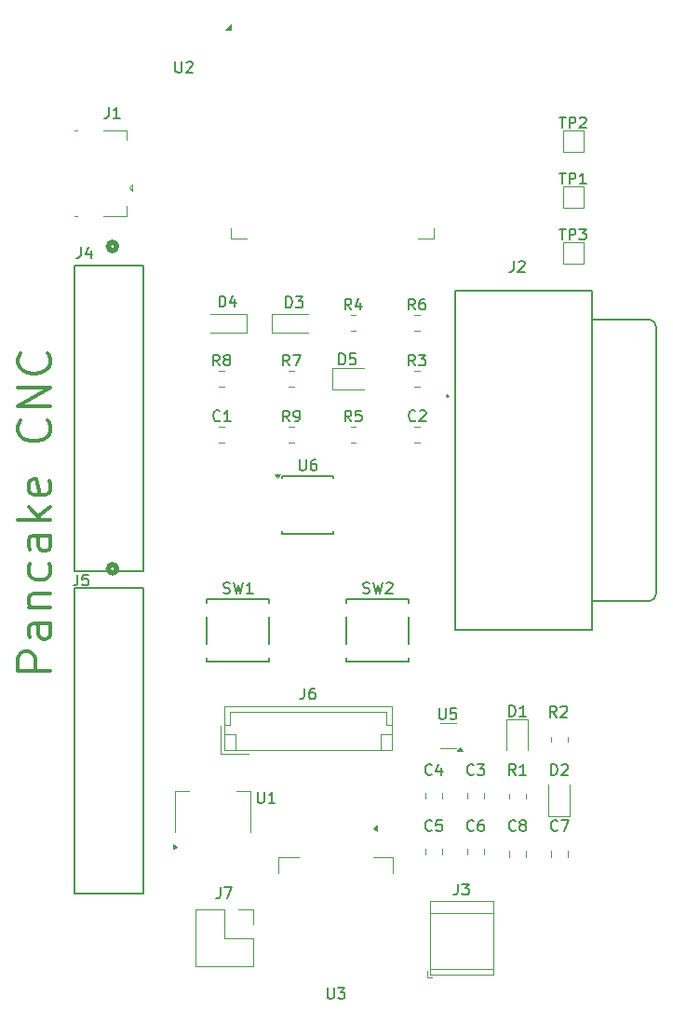
<source format=gbr>
%TF.GenerationSoftware,KiCad,Pcbnew,8.0.5*%
%TF.CreationDate,2024-10-10T20:32:44-06:00*%
%TF.ProjectId,PancakeCNCPCB,50616e63-616b-4654-934e-435043422e6b,rev?*%
%TF.SameCoordinates,Original*%
%TF.FileFunction,Legend,Top*%
%TF.FilePolarity,Positive*%
%FSLAX46Y46*%
G04 Gerber Fmt 4.6, Leading zero omitted, Abs format (unit mm)*
G04 Created by KiCad (PCBNEW 8.0.5) date 2024-10-10 20:32:44*
%MOMM*%
%LPD*%
G01*
G04 APERTURE LIST*
%ADD10C,0.300000*%
%ADD11C,0.150000*%
%ADD12C,0.120000*%
%ADD13C,0.152400*%
%ADD14C,0.508000*%
%ADD15C,0.127000*%
%ADD16C,0.200000*%
G04 APERTURE END LIST*
D10*
X27377149Y-105452573D02*
X24377149Y-105452573D01*
X24377149Y-105452573D02*
X24377149Y-104309716D01*
X24377149Y-104309716D02*
X24520006Y-104024001D01*
X24520006Y-104024001D02*
X24662863Y-103881144D01*
X24662863Y-103881144D02*
X24948577Y-103738287D01*
X24948577Y-103738287D02*
X25377149Y-103738287D01*
X25377149Y-103738287D02*
X25662863Y-103881144D01*
X25662863Y-103881144D02*
X25805720Y-104024001D01*
X25805720Y-104024001D02*
X25948577Y-104309716D01*
X25948577Y-104309716D02*
X25948577Y-105452573D01*
X27377149Y-101166859D02*
X25805720Y-101166859D01*
X25805720Y-101166859D02*
X25520006Y-101309716D01*
X25520006Y-101309716D02*
X25377149Y-101595430D01*
X25377149Y-101595430D02*
X25377149Y-102166859D01*
X25377149Y-102166859D02*
X25520006Y-102452573D01*
X27234292Y-101166859D02*
X27377149Y-101452573D01*
X27377149Y-101452573D02*
X27377149Y-102166859D01*
X27377149Y-102166859D02*
X27234292Y-102452573D01*
X27234292Y-102452573D02*
X26948577Y-102595430D01*
X26948577Y-102595430D02*
X26662863Y-102595430D01*
X26662863Y-102595430D02*
X26377149Y-102452573D01*
X26377149Y-102452573D02*
X26234292Y-102166859D01*
X26234292Y-102166859D02*
X26234292Y-101452573D01*
X26234292Y-101452573D02*
X26091434Y-101166859D01*
X25377149Y-99738287D02*
X27377149Y-99738287D01*
X25662863Y-99738287D02*
X25520006Y-99595430D01*
X25520006Y-99595430D02*
X25377149Y-99309715D01*
X25377149Y-99309715D02*
X25377149Y-98881144D01*
X25377149Y-98881144D02*
X25520006Y-98595430D01*
X25520006Y-98595430D02*
X25805720Y-98452573D01*
X25805720Y-98452573D02*
X27377149Y-98452573D01*
X27234292Y-95738287D02*
X27377149Y-96024001D01*
X27377149Y-96024001D02*
X27377149Y-96595429D01*
X27377149Y-96595429D02*
X27234292Y-96881144D01*
X27234292Y-96881144D02*
X27091434Y-97024001D01*
X27091434Y-97024001D02*
X26805720Y-97166858D01*
X26805720Y-97166858D02*
X25948577Y-97166858D01*
X25948577Y-97166858D02*
X25662863Y-97024001D01*
X25662863Y-97024001D02*
X25520006Y-96881144D01*
X25520006Y-96881144D02*
X25377149Y-96595429D01*
X25377149Y-96595429D02*
X25377149Y-96024001D01*
X25377149Y-96024001D02*
X25520006Y-95738287D01*
X27377149Y-93166858D02*
X25805720Y-93166858D01*
X25805720Y-93166858D02*
X25520006Y-93309715D01*
X25520006Y-93309715D02*
X25377149Y-93595429D01*
X25377149Y-93595429D02*
X25377149Y-94166858D01*
X25377149Y-94166858D02*
X25520006Y-94452572D01*
X27234292Y-93166858D02*
X27377149Y-93452572D01*
X27377149Y-93452572D02*
X27377149Y-94166858D01*
X27377149Y-94166858D02*
X27234292Y-94452572D01*
X27234292Y-94452572D02*
X26948577Y-94595429D01*
X26948577Y-94595429D02*
X26662863Y-94595429D01*
X26662863Y-94595429D02*
X26377149Y-94452572D01*
X26377149Y-94452572D02*
X26234292Y-94166858D01*
X26234292Y-94166858D02*
X26234292Y-93452572D01*
X26234292Y-93452572D02*
X26091434Y-93166858D01*
X27377149Y-91738286D02*
X24377149Y-91738286D01*
X26234292Y-91452572D02*
X27377149Y-90595429D01*
X25377149Y-90595429D02*
X26520006Y-91738286D01*
X27234292Y-88166858D02*
X27377149Y-88452572D01*
X27377149Y-88452572D02*
X27377149Y-89024001D01*
X27377149Y-89024001D02*
X27234292Y-89309715D01*
X27234292Y-89309715D02*
X26948577Y-89452572D01*
X26948577Y-89452572D02*
X25805720Y-89452572D01*
X25805720Y-89452572D02*
X25520006Y-89309715D01*
X25520006Y-89309715D02*
X25377149Y-89024001D01*
X25377149Y-89024001D02*
X25377149Y-88452572D01*
X25377149Y-88452572D02*
X25520006Y-88166858D01*
X25520006Y-88166858D02*
X25805720Y-88024001D01*
X25805720Y-88024001D02*
X26091434Y-88024001D01*
X26091434Y-88024001D02*
X26377149Y-89452572D01*
X27091434Y-82738286D02*
X27234292Y-82881143D01*
X27234292Y-82881143D02*
X27377149Y-83309715D01*
X27377149Y-83309715D02*
X27377149Y-83595429D01*
X27377149Y-83595429D02*
X27234292Y-84024000D01*
X27234292Y-84024000D02*
X26948577Y-84309715D01*
X26948577Y-84309715D02*
X26662863Y-84452572D01*
X26662863Y-84452572D02*
X26091434Y-84595429D01*
X26091434Y-84595429D02*
X25662863Y-84595429D01*
X25662863Y-84595429D02*
X25091434Y-84452572D01*
X25091434Y-84452572D02*
X24805720Y-84309715D01*
X24805720Y-84309715D02*
X24520006Y-84024000D01*
X24520006Y-84024000D02*
X24377149Y-83595429D01*
X24377149Y-83595429D02*
X24377149Y-83309715D01*
X24377149Y-83309715D02*
X24520006Y-82881143D01*
X24520006Y-82881143D02*
X24662863Y-82738286D01*
X27377149Y-81452572D02*
X24377149Y-81452572D01*
X24377149Y-81452572D02*
X27377149Y-79738286D01*
X27377149Y-79738286D02*
X24377149Y-79738286D01*
X27091434Y-76595429D02*
X27234292Y-76738286D01*
X27234292Y-76738286D02*
X27377149Y-77166858D01*
X27377149Y-77166858D02*
X27377149Y-77452572D01*
X27377149Y-77452572D02*
X27234292Y-77881143D01*
X27234292Y-77881143D02*
X26948577Y-78166858D01*
X26948577Y-78166858D02*
X26662863Y-78309715D01*
X26662863Y-78309715D02*
X26091434Y-78452572D01*
X26091434Y-78452572D02*
X25662863Y-78452572D01*
X25662863Y-78452572D02*
X25091434Y-78309715D01*
X25091434Y-78309715D02*
X24805720Y-78166858D01*
X24805720Y-78166858D02*
X24520006Y-77881143D01*
X24520006Y-77881143D02*
X24377149Y-77452572D01*
X24377149Y-77452572D02*
X24377149Y-77166858D01*
X24377149Y-77166858D02*
X24520006Y-76738286D01*
X24520006Y-76738286D02*
X24662863Y-76595429D01*
D11*
X38726779Y-50110668D02*
X38726779Y-50920191D01*
X38726779Y-50920191D02*
X38774398Y-51015429D01*
X38774398Y-51015429D02*
X38822017Y-51063049D01*
X38822017Y-51063049D02*
X38917255Y-51110668D01*
X38917255Y-51110668D02*
X39107731Y-51110668D01*
X39107731Y-51110668D02*
X39202969Y-51063049D01*
X39202969Y-51063049D02*
X39250588Y-51015429D01*
X39250588Y-51015429D02*
X39298207Y-50920191D01*
X39298207Y-50920191D02*
X39298207Y-50110668D01*
X39726779Y-50205906D02*
X39774398Y-50158287D01*
X39774398Y-50158287D02*
X39869636Y-50110668D01*
X39869636Y-50110668D02*
X40107731Y-50110668D01*
X40107731Y-50110668D02*
X40202969Y-50158287D01*
X40202969Y-50158287D02*
X40250588Y-50205906D01*
X40250588Y-50205906D02*
X40298207Y-50301144D01*
X40298207Y-50301144D02*
X40298207Y-50396382D01*
X40298207Y-50396382D02*
X40250588Y-50539239D01*
X40250588Y-50539239D02*
X39679160Y-51110668D01*
X39679160Y-51110668D02*
X40298207Y-51110668D01*
X32666666Y-54264819D02*
X32666666Y-54979104D01*
X32666666Y-54979104D02*
X32619047Y-55121961D01*
X32619047Y-55121961D02*
X32523809Y-55217200D01*
X32523809Y-55217200D02*
X32380952Y-55264819D01*
X32380952Y-55264819D02*
X32285714Y-55264819D01*
X33666666Y-55264819D02*
X33095238Y-55264819D01*
X33380952Y-55264819D02*
X33380952Y-54264819D01*
X33380952Y-54264819D02*
X33285714Y-54407676D01*
X33285714Y-54407676D02*
X33190476Y-54502914D01*
X33190476Y-54502914D02*
X33095238Y-54550533D01*
X73395947Y-109678256D02*
X73062614Y-109202065D01*
X72824519Y-109678256D02*
X72824519Y-108678256D01*
X72824519Y-108678256D02*
X73205471Y-108678256D01*
X73205471Y-108678256D02*
X73300709Y-108725875D01*
X73300709Y-108725875D02*
X73348328Y-108773494D01*
X73348328Y-108773494D02*
X73395947Y-108868732D01*
X73395947Y-108868732D02*
X73395947Y-109011589D01*
X73395947Y-109011589D02*
X73348328Y-109106827D01*
X73348328Y-109106827D02*
X73300709Y-109154446D01*
X73300709Y-109154446D02*
X73205471Y-109202065D01*
X73205471Y-109202065D02*
X72824519Y-109202065D01*
X73776900Y-108773494D02*
X73824519Y-108725875D01*
X73824519Y-108725875D02*
X73919757Y-108678256D01*
X73919757Y-108678256D02*
X74157852Y-108678256D01*
X74157852Y-108678256D02*
X74253090Y-108725875D01*
X74253090Y-108725875D02*
X74300709Y-108773494D01*
X74300709Y-108773494D02*
X74348328Y-108868732D01*
X74348328Y-108868732D02*
X74348328Y-108963970D01*
X74348328Y-108963970D02*
X74300709Y-109106827D01*
X74300709Y-109106827D02*
X73729281Y-109678256D01*
X73729281Y-109678256D02*
X74348328Y-109678256D01*
X43096667Y-98397200D02*
X43239524Y-98444819D01*
X43239524Y-98444819D02*
X43477619Y-98444819D01*
X43477619Y-98444819D02*
X43572857Y-98397200D01*
X43572857Y-98397200D02*
X43620476Y-98349580D01*
X43620476Y-98349580D02*
X43668095Y-98254342D01*
X43668095Y-98254342D02*
X43668095Y-98159104D01*
X43668095Y-98159104D02*
X43620476Y-98063866D01*
X43620476Y-98063866D02*
X43572857Y-98016247D01*
X43572857Y-98016247D02*
X43477619Y-97968628D01*
X43477619Y-97968628D02*
X43287143Y-97921009D01*
X43287143Y-97921009D02*
X43191905Y-97873390D01*
X43191905Y-97873390D02*
X43144286Y-97825771D01*
X43144286Y-97825771D02*
X43096667Y-97730533D01*
X43096667Y-97730533D02*
X43096667Y-97635295D01*
X43096667Y-97635295D02*
X43144286Y-97540057D01*
X43144286Y-97540057D02*
X43191905Y-97492438D01*
X43191905Y-97492438D02*
X43287143Y-97444819D01*
X43287143Y-97444819D02*
X43525238Y-97444819D01*
X43525238Y-97444819D02*
X43668095Y-97492438D01*
X44001429Y-97444819D02*
X44239524Y-98444819D01*
X44239524Y-98444819D02*
X44430000Y-97730533D01*
X44430000Y-97730533D02*
X44620476Y-98444819D01*
X44620476Y-98444819D02*
X44858572Y-97444819D01*
X45763333Y-98444819D02*
X45191905Y-98444819D01*
X45477619Y-98444819D02*
X45477619Y-97444819D01*
X45477619Y-97444819D02*
X45382381Y-97587676D01*
X45382381Y-97587676D02*
X45287143Y-97682914D01*
X45287143Y-97682914D02*
X45191905Y-97730533D01*
X69090433Y-109610975D02*
X69090433Y-108610975D01*
X69090433Y-108610975D02*
X69328528Y-108610975D01*
X69328528Y-108610975D02*
X69471385Y-108658594D01*
X69471385Y-108658594D02*
X69566623Y-108753832D01*
X69566623Y-108753832D02*
X69614242Y-108849070D01*
X69614242Y-108849070D02*
X69661861Y-109039546D01*
X69661861Y-109039546D02*
X69661861Y-109182403D01*
X69661861Y-109182403D02*
X69614242Y-109372879D01*
X69614242Y-109372879D02*
X69566623Y-109468117D01*
X69566623Y-109468117D02*
X69471385Y-109563356D01*
X69471385Y-109563356D02*
X69328528Y-109610975D01*
X69328528Y-109610975D02*
X69090433Y-109610975D01*
X70614242Y-109610975D02*
X70042814Y-109610975D01*
X70328528Y-109610975D02*
X70328528Y-108610975D01*
X70328528Y-108610975D02*
X70233290Y-108753832D01*
X70233290Y-108753832D02*
X70138052Y-108849070D01*
X70138052Y-108849070D02*
X70042814Y-108896689D01*
X42743333Y-77744819D02*
X42410000Y-77268628D01*
X42171905Y-77744819D02*
X42171905Y-76744819D01*
X42171905Y-76744819D02*
X42552857Y-76744819D01*
X42552857Y-76744819D02*
X42648095Y-76792438D01*
X42648095Y-76792438D02*
X42695714Y-76840057D01*
X42695714Y-76840057D02*
X42743333Y-76935295D01*
X42743333Y-76935295D02*
X42743333Y-77078152D01*
X42743333Y-77078152D02*
X42695714Y-77173390D01*
X42695714Y-77173390D02*
X42648095Y-77221009D01*
X42648095Y-77221009D02*
X42552857Y-77268628D01*
X42552857Y-77268628D02*
X42171905Y-77268628D01*
X43314762Y-77173390D02*
X43219524Y-77125771D01*
X43219524Y-77125771D02*
X43171905Y-77078152D01*
X43171905Y-77078152D02*
X43124286Y-76982914D01*
X43124286Y-76982914D02*
X43124286Y-76935295D01*
X43124286Y-76935295D02*
X43171905Y-76840057D01*
X43171905Y-76840057D02*
X43219524Y-76792438D01*
X43219524Y-76792438D02*
X43314762Y-76744819D01*
X43314762Y-76744819D02*
X43505238Y-76744819D01*
X43505238Y-76744819D02*
X43600476Y-76792438D01*
X43600476Y-76792438D02*
X43648095Y-76840057D01*
X43648095Y-76840057D02*
X43695714Y-76935295D01*
X43695714Y-76935295D02*
X43695714Y-76982914D01*
X43695714Y-76982914D02*
X43648095Y-77078152D01*
X43648095Y-77078152D02*
X43600476Y-77125771D01*
X43600476Y-77125771D02*
X43505238Y-77173390D01*
X43505238Y-77173390D02*
X43314762Y-77173390D01*
X43314762Y-77173390D02*
X43219524Y-77221009D01*
X43219524Y-77221009D02*
X43171905Y-77268628D01*
X43171905Y-77268628D02*
X43124286Y-77363866D01*
X43124286Y-77363866D02*
X43124286Y-77554342D01*
X43124286Y-77554342D02*
X43171905Y-77649580D01*
X43171905Y-77649580D02*
X43219524Y-77697200D01*
X43219524Y-77697200D02*
X43314762Y-77744819D01*
X43314762Y-77744819D02*
X43505238Y-77744819D01*
X43505238Y-77744819D02*
X43600476Y-77697200D01*
X43600476Y-77697200D02*
X43648095Y-77649580D01*
X43648095Y-77649580D02*
X43695714Y-77554342D01*
X43695714Y-77554342D02*
X43695714Y-77363866D01*
X43695714Y-77363866D02*
X43648095Y-77268628D01*
X43648095Y-77268628D02*
X43600476Y-77221009D01*
X43600476Y-77221009D02*
X43505238Y-77173390D01*
X49093333Y-82824819D02*
X48760000Y-82348628D01*
X48521905Y-82824819D02*
X48521905Y-81824819D01*
X48521905Y-81824819D02*
X48902857Y-81824819D01*
X48902857Y-81824819D02*
X48998095Y-81872438D01*
X48998095Y-81872438D02*
X49045714Y-81920057D01*
X49045714Y-81920057D02*
X49093333Y-82015295D01*
X49093333Y-82015295D02*
X49093333Y-82158152D01*
X49093333Y-82158152D02*
X49045714Y-82253390D01*
X49045714Y-82253390D02*
X48998095Y-82301009D01*
X48998095Y-82301009D02*
X48902857Y-82348628D01*
X48902857Y-82348628D02*
X48521905Y-82348628D01*
X49569524Y-82824819D02*
X49760000Y-82824819D01*
X49760000Y-82824819D02*
X49855238Y-82777200D01*
X49855238Y-82777200D02*
X49902857Y-82729580D01*
X49902857Y-82729580D02*
X49998095Y-82586723D01*
X49998095Y-82586723D02*
X50045714Y-82396247D01*
X50045714Y-82396247D02*
X50045714Y-82015295D01*
X50045714Y-82015295D02*
X49998095Y-81920057D01*
X49998095Y-81920057D02*
X49950476Y-81872438D01*
X49950476Y-81872438D02*
X49855238Y-81824819D01*
X49855238Y-81824819D02*
X49664762Y-81824819D01*
X49664762Y-81824819D02*
X49569524Y-81872438D01*
X49569524Y-81872438D02*
X49521905Y-81920057D01*
X49521905Y-81920057D02*
X49474286Y-82015295D01*
X49474286Y-82015295D02*
X49474286Y-82253390D01*
X49474286Y-82253390D02*
X49521905Y-82348628D01*
X49521905Y-82348628D02*
X49569524Y-82396247D01*
X49569524Y-82396247D02*
X49664762Y-82443866D01*
X49664762Y-82443866D02*
X49855238Y-82443866D01*
X49855238Y-82443866D02*
X49950476Y-82396247D01*
X49950476Y-82396247D02*
X49998095Y-82348628D01*
X49998095Y-82348628D02*
X50045714Y-82253390D01*
X73648095Y-55156819D02*
X74219523Y-55156819D01*
X73933809Y-56156819D02*
X73933809Y-55156819D01*
X74552857Y-56156819D02*
X74552857Y-55156819D01*
X74552857Y-55156819D02*
X74933809Y-55156819D01*
X74933809Y-55156819D02*
X75029047Y-55204438D01*
X75029047Y-55204438D02*
X75076666Y-55252057D01*
X75076666Y-55252057D02*
X75124285Y-55347295D01*
X75124285Y-55347295D02*
X75124285Y-55490152D01*
X75124285Y-55490152D02*
X75076666Y-55585390D01*
X75076666Y-55585390D02*
X75029047Y-55633009D01*
X75029047Y-55633009D02*
X74933809Y-55680628D01*
X74933809Y-55680628D02*
X74552857Y-55680628D01*
X75505238Y-55252057D02*
X75552857Y-55204438D01*
X75552857Y-55204438D02*
X75648095Y-55156819D01*
X75648095Y-55156819D02*
X75886190Y-55156819D01*
X75886190Y-55156819D02*
X75981428Y-55204438D01*
X75981428Y-55204438D02*
X76029047Y-55252057D01*
X76029047Y-55252057D02*
X76076666Y-55347295D01*
X76076666Y-55347295D02*
X76076666Y-55442533D01*
X76076666Y-55442533D02*
X76029047Y-55585390D01*
X76029047Y-55585390D02*
X75457619Y-56156819D01*
X75457619Y-56156819D02*
X76076666Y-56156819D01*
X52558095Y-134274819D02*
X52558095Y-135084342D01*
X52558095Y-135084342D02*
X52605714Y-135179580D01*
X52605714Y-135179580D02*
X52653333Y-135227200D01*
X52653333Y-135227200D02*
X52748571Y-135274819D01*
X52748571Y-135274819D02*
X52939047Y-135274819D01*
X52939047Y-135274819D02*
X53034285Y-135227200D01*
X53034285Y-135227200D02*
X53081904Y-135179580D01*
X53081904Y-135179580D02*
X53129523Y-135084342D01*
X53129523Y-135084342D02*
X53129523Y-134274819D01*
X53510476Y-134274819D02*
X54129523Y-134274819D01*
X54129523Y-134274819D02*
X53796190Y-134655771D01*
X53796190Y-134655771D02*
X53939047Y-134655771D01*
X53939047Y-134655771D02*
X54034285Y-134703390D01*
X54034285Y-134703390D02*
X54081904Y-134751009D01*
X54081904Y-134751009D02*
X54129523Y-134846247D01*
X54129523Y-134846247D02*
X54129523Y-135084342D01*
X54129523Y-135084342D02*
X54081904Y-135179580D01*
X54081904Y-135179580D02*
X54034285Y-135227200D01*
X54034285Y-135227200D02*
X53939047Y-135274819D01*
X53939047Y-135274819D02*
X53653333Y-135274819D01*
X53653333Y-135274819D02*
X53558095Y-135227200D01*
X53558095Y-135227200D02*
X53510476Y-135179580D01*
X42826666Y-125154819D02*
X42826666Y-125869104D01*
X42826666Y-125869104D02*
X42779047Y-126011961D01*
X42779047Y-126011961D02*
X42683809Y-126107200D01*
X42683809Y-126107200D02*
X42540952Y-126154819D01*
X42540952Y-126154819D02*
X42445714Y-126154819D01*
X43207619Y-125154819D02*
X43874285Y-125154819D01*
X43874285Y-125154819D02*
X43445714Y-126154819D01*
X30126666Y-66964819D02*
X30126666Y-67679104D01*
X30126666Y-67679104D02*
X30079047Y-67821961D01*
X30079047Y-67821961D02*
X29983809Y-67917200D01*
X29983809Y-67917200D02*
X29840952Y-67964819D01*
X29840952Y-67964819D02*
X29745714Y-67964819D01*
X31031428Y-67298152D02*
X31031428Y-67964819D01*
X30793333Y-66917200D02*
X30555238Y-67631485D01*
X30555238Y-67631485D02*
X31174285Y-67631485D01*
X53620837Y-77644725D02*
X53620837Y-76644725D01*
X53620837Y-76644725D02*
X53858932Y-76644725D01*
X53858932Y-76644725D02*
X54001789Y-76692344D01*
X54001789Y-76692344D02*
X54097027Y-76787582D01*
X54097027Y-76787582D02*
X54144646Y-76882820D01*
X54144646Y-76882820D02*
X54192265Y-77073296D01*
X54192265Y-77073296D02*
X54192265Y-77216153D01*
X54192265Y-77216153D02*
X54144646Y-77406629D01*
X54144646Y-77406629D02*
X54097027Y-77501867D01*
X54097027Y-77501867D02*
X54001789Y-77597106D01*
X54001789Y-77597106D02*
X53858932Y-77644725D01*
X53858932Y-77644725D02*
X53620837Y-77644725D01*
X55097027Y-76644725D02*
X54620837Y-76644725D01*
X54620837Y-76644725D02*
X54573218Y-77120915D01*
X54573218Y-77120915D02*
X54620837Y-77073296D01*
X54620837Y-77073296D02*
X54716075Y-77025677D01*
X54716075Y-77025677D02*
X54954170Y-77025677D01*
X54954170Y-77025677D02*
X55049408Y-77073296D01*
X55049408Y-77073296D02*
X55097027Y-77120915D01*
X55097027Y-77120915D02*
X55144646Y-77216153D01*
X55144646Y-77216153D02*
X55144646Y-77454248D01*
X55144646Y-77454248D02*
X55097027Y-77549486D01*
X55097027Y-77549486D02*
X55049408Y-77597106D01*
X55049408Y-77597106D02*
X54954170Y-77644725D01*
X54954170Y-77644725D02*
X54716075Y-77644725D01*
X54716075Y-77644725D02*
X54620837Y-77597106D01*
X54620837Y-77597106D02*
X54573218Y-77549486D01*
X73648095Y-60236819D02*
X74219523Y-60236819D01*
X73933809Y-61236819D02*
X73933809Y-60236819D01*
X74552857Y-61236819D02*
X74552857Y-60236819D01*
X74552857Y-60236819D02*
X74933809Y-60236819D01*
X74933809Y-60236819D02*
X75029047Y-60284438D01*
X75029047Y-60284438D02*
X75076666Y-60332057D01*
X75076666Y-60332057D02*
X75124285Y-60427295D01*
X75124285Y-60427295D02*
X75124285Y-60570152D01*
X75124285Y-60570152D02*
X75076666Y-60665390D01*
X75076666Y-60665390D02*
X75029047Y-60713009D01*
X75029047Y-60713009D02*
X74933809Y-60760628D01*
X74933809Y-60760628D02*
X74552857Y-60760628D01*
X76076666Y-61236819D02*
X75505238Y-61236819D01*
X75790952Y-61236819D02*
X75790952Y-60236819D01*
X75790952Y-60236819D02*
X75695714Y-60379676D01*
X75695714Y-60379676D02*
X75600476Y-60474914D01*
X75600476Y-60474914D02*
X75505238Y-60522533D01*
X69663333Y-119939580D02*
X69615714Y-119987200D01*
X69615714Y-119987200D02*
X69472857Y-120034819D01*
X69472857Y-120034819D02*
X69377619Y-120034819D01*
X69377619Y-120034819D02*
X69234762Y-119987200D01*
X69234762Y-119987200D02*
X69139524Y-119891961D01*
X69139524Y-119891961D02*
X69091905Y-119796723D01*
X69091905Y-119796723D02*
X69044286Y-119606247D01*
X69044286Y-119606247D02*
X69044286Y-119463390D01*
X69044286Y-119463390D02*
X69091905Y-119272914D01*
X69091905Y-119272914D02*
X69139524Y-119177676D01*
X69139524Y-119177676D02*
X69234762Y-119082438D01*
X69234762Y-119082438D02*
X69377619Y-119034819D01*
X69377619Y-119034819D02*
X69472857Y-119034819D01*
X69472857Y-119034819D02*
X69615714Y-119082438D01*
X69615714Y-119082438D02*
X69663333Y-119130057D01*
X70234762Y-119463390D02*
X70139524Y-119415771D01*
X70139524Y-119415771D02*
X70091905Y-119368152D01*
X70091905Y-119368152D02*
X70044286Y-119272914D01*
X70044286Y-119272914D02*
X70044286Y-119225295D01*
X70044286Y-119225295D02*
X70091905Y-119130057D01*
X70091905Y-119130057D02*
X70139524Y-119082438D01*
X70139524Y-119082438D02*
X70234762Y-119034819D01*
X70234762Y-119034819D02*
X70425238Y-119034819D01*
X70425238Y-119034819D02*
X70520476Y-119082438D01*
X70520476Y-119082438D02*
X70568095Y-119130057D01*
X70568095Y-119130057D02*
X70615714Y-119225295D01*
X70615714Y-119225295D02*
X70615714Y-119272914D01*
X70615714Y-119272914D02*
X70568095Y-119368152D01*
X70568095Y-119368152D02*
X70520476Y-119415771D01*
X70520476Y-119415771D02*
X70425238Y-119463390D01*
X70425238Y-119463390D02*
X70234762Y-119463390D01*
X70234762Y-119463390D02*
X70139524Y-119511009D01*
X70139524Y-119511009D02*
X70091905Y-119558628D01*
X70091905Y-119558628D02*
X70044286Y-119653866D01*
X70044286Y-119653866D02*
X70044286Y-119844342D01*
X70044286Y-119844342D02*
X70091905Y-119939580D01*
X70091905Y-119939580D02*
X70139524Y-119987200D01*
X70139524Y-119987200D02*
X70234762Y-120034819D01*
X70234762Y-120034819D02*
X70425238Y-120034819D01*
X70425238Y-120034819D02*
X70520476Y-119987200D01*
X70520476Y-119987200D02*
X70568095Y-119939580D01*
X70568095Y-119939580D02*
X70615714Y-119844342D01*
X70615714Y-119844342D02*
X70615714Y-119653866D01*
X70615714Y-119653866D02*
X70568095Y-119558628D01*
X70568095Y-119558628D02*
X70520476Y-119511009D01*
X70520476Y-119511009D02*
X70425238Y-119463390D01*
X29829273Y-96724887D02*
X29829273Y-97439172D01*
X29829273Y-97439172D02*
X29781654Y-97582029D01*
X29781654Y-97582029D02*
X29686416Y-97677268D01*
X29686416Y-97677268D02*
X29543559Y-97724887D01*
X29543559Y-97724887D02*
X29448321Y-97724887D01*
X30781654Y-96724887D02*
X30305464Y-96724887D01*
X30305464Y-96724887D02*
X30257845Y-97201077D01*
X30257845Y-97201077D02*
X30305464Y-97153458D01*
X30305464Y-97153458D02*
X30400702Y-97105839D01*
X30400702Y-97105839D02*
X30638797Y-97105839D01*
X30638797Y-97105839D02*
X30734035Y-97153458D01*
X30734035Y-97153458D02*
X30781654Y-97201077D01*
X30781654Y-97201077D02*
X30829273Y-97296315D01*
X30829273Y-97296315D02*
X30829273Y-97534410D01*
X30829273Y-97534410D02*
X30781654Y-97629648D01*
X30781654Y-97629648D02*
X30734035Y-97677268D01*
X30734035Y-97677268D02*
X30638797Y-97724887D01*
X30638797Y-97724887D02*
X30400702Y-97724887D01*
X30400702Y-97724887D02*
X30305464Y-97677268D01*
X30305464Y-97677268D02*
X30257845Y-97629648D01*
X65853333Y-114859580D02*
X65805714Y-114907200D01*
X65805714Y-114907200D02*
X65662857Y-114954819D01*
X65662857Y-114954819D02*
X65567619Y-114954819D01*
X65567619Y-114954819D02*
X65424762Y-114907200D01*
X65424762Y-114907200D02*
X65329524Y-114811961D01*
X65329524Y-114811961D02*
X65281905Y-114716723D01*
X65281905Y-114716723D02*
X65234286Y-114526247D01*
X65234286Y-114526247D02*
X65234286Y-114383390D01*
X65234286Y-114383390D02*
X65281905Y-114192914D01*
X65281905Y-114192914D02*
X65329524Y-114097676D01*
X65329524Y-114097676D02*
X65424762Y-114002438D01*
X65424762Y-114002438D02*
X65567619Y-113954819D01*
X65567619Y-113954819D02*
X65662857Y-113954819D01*
X65662857Y-113954819D02*
X65805714Y-114002438D01*
X65805714Y-114002438D02*
X65853333Y-114050057D01*
X66186667Y-113954819D02*
X66805714Y-113954819D01*
X66805714Y-113954819D02*
X66472381Y-114335771D01*
X66472381Y-114335771D02*
X66615238Y-114335771D01*
X66615238Y-114335771D02*
X66710476Y-114383390D01*
X66710476Y-114383390D02*
X66758095Y-114431009D01*
X66758095Y-114431009D02*
X66805714Y-114526247D01*
X66805714Y-114526247D02*
X66805714Y-114764342D01*
X66805714Y-114764342D02*
X66758095Y-114859580D01*
X66758095Y-114859580D02*
X66710476Y-114907200D01*
X66710476Y-114907200D02*
X66615238Y-114954819D01*
X66615238Y-114954819D02*
X66329524Y-114954819D01*
X66329524Y-114954819D02*
X66234286Y-114907200D01*
X66234286Y-114907200D02*
X66186667Y-114859580D01*
X69496666Y-68234819D02*
X69496666Y-68949104D01*
X69496666Y-68949104D02*
X69449047Y-69091961D01*
X69449047Y-69091961D02*
X69353809Y-69187200D01*
X69353809Y-69187200D02*
X69210952Y-69234819D01*
X69210952Y-69234819D02*
X69115714Y-69234819D01*
X69925238Y-68330057D02*
X69972857Y-68282438D01*
X69972857Y-68282438D02*
X70068095Y-68234819D01*
X70068095Y-68234819D02*
X70306190Y-68234819D01*
X70306190Y-68234819D02*
X70401428Y-68282438D01*
X70401428Y-68282438D02*
X70449047Y-68330057D01*
X70449047Y-68330057D02*
X70496666Y-68425295D01*
X70496666Y-68425295D02*
X70496666Y-68520533D01*
X70496666Y-68520533D02*
X70449047Y-68663390D01*
X70449047Y-68663390D02*
X69877619Y-69234819D01*
X69877619Y-69234819D02*
X70496666Y-69234819D01*
X42780833Y-82699580D02*
X42733214Y-82747200D01*
X42733214Y-82747200D02*
X42590357Y-82794819D01*
X42590357Y-82794819D02*
X42495119Y-82794819D01*
X42495119Y-82794819D02*
X42352262Y-82747200D01*
X42352262Y-82747200D02*
X42257024Y-82651961D01*
X42257024Y-82651961D02*
X42209405Y-82556723D01*
X42209405Y-82556723D02*
X42161786Y-82366247D01*
X42161786Y-82366247D02*
X42161786Y-82223390D01*
X42161786Y-82223390D02*
X42209405Y-82032914D01*
X42209405Y-82032914D02*
X42257024Y-81937676D01*
X42257024Y-81937676D02*
X42352262Y-81842438D01*
X42352262Y-81842438D02*
X42495119Y-81794819D01*
X42495119Y-81794819D02*
X42590357Y-81794819D01*
X42590357Y-81794819D02*
X42733214Y-81842438D01*
X42733214Y-81842438D02*
X42780833Y-81890057D01*
X43733214Y-82794819D02*
X43161786Y-82794819D01*
X43447500Y-82794819D02*
X43447500Y-81794819D01*
X43447500Y-81794819D02*
X43352262Y-81937676D01*
X43352262Y-81937676D02*
X43257024Y-82032914D01*
X43257024Y-82032914D02*
X43161786Y-82080533D01*
X49093333Y-77744819D02*
X48760000Y-77268628D01*
X48521905Y-77744819D02*
X48521905Y-76744819D01*
X48521905Y-76744819D02*
X48902857Y-76744819D01*
X48902857Y-76744819D02*
X48998095Y-76792438D01*
X48998095Y-76792438D02*
X49045714Y-76840057D01*
X49045714Y-76840057D02*
X49093333Y-76935295D01*
X49093333Y-76935295D02*
X49093333Y-77078152D01*
X49093333Y-77078152D02*
X49045714Y-77173390D01*
X49045714Y-77173390D02*
X48998095Y-77221009D01*
X48998095Y-77221009D02*
X48902857Y-77268628D01*
X48902857Y-77268628D02*
X48521905Y-77268628D01*
X49426667Y-76744819D02*
X50093333Y-76744819D01*
X50093333Y-76744819D02*
X49664762Y-77744819D01*
X60560833Y-82699580D02*
X60513214Y-82747200D01*
X60513214Y-82747200D02*
X60370357Y-82794819D01*
X60370357Y-82794819D02*
X60275119Y-82794819D01*
X60275119Y-82794819D02*
X60132262Y-82747200D01*
X60132262Y-82747200D02*
X60037024Y-82651961D01*
X60037024Y-82651961D02*
X59989405Y-82556723D01*
X59989405Y-82556723D02*
X59941786Y-82366247D01*
X59941786Y-82366247D02*
X59941786Y-82223390D01*
X59941786Y-82223390D02*
X59989405Y-82032914D01*
X59989405Y-82032914D02*
X60037024Y-81937676D01*
X60037024Y-81937676D02*
X60132262Y-81842438D01*
X60132262Y-81842438D02*
X60275119Y-81794819D01*
X60275119Y-81794819D02*
X60370357Y-81794819D01*
X60370357Y-81794819D02*
X60513214Y-81842438D01*
X60513214Y-81842438D02*
X60560833Y-81890057D01*
X60941786Y-81890057D02*
X60989405Y-81842438D01*
X60989405Y-81842438D02*
X61084643Y-81794819D01*
X61084643Y-81794819D02*
X61322738Y-81794819D01*
X61322738Y-81794819D02*
X61417976Y-81842438D01*
X61417976Y-81842438D02*
X61465595Y-81890057D01*
X61465595Y-81890057D02*
X61513214Y-81985295D01*
X61513214Y-81985295D02*
X61513214Y-82080533D01*
X61513214Y-82080533D02*
X61465595Y-82223390D01*
X61465595Y-82223390D02*
X60894167Y-82794819D01*
X60894167Y-82794819D02*
X61513214Y-82794819D01*
X62043333Y-114859580D02*
X61995714Y-114907200D01*
X61995714Y-114907200D02*
X61852857Y-114954819D01*
X61852857Y-114954819D02*
X61757619Y-114954819D01*
X61757619Y-114954819D02*
X61614762Y-114907200D01*
X61614762Y-114907200D02*
X61519524Y-114811961D01*
X61519524Y-114811961D02*
X61471905Y-114716723D01*
X61471905Y-114716723D02*
X61424286Y-114526247D01*
X61424286Y-114526247D02*
X61424286Y-114383390D01*
X61424286Y-114383390D02*
X61471905Y-114192914D01*
X61471905Y-114192914D02*
X61519524Y-114097676D01*
X61519524Y-114097676D02*
X61614762Y-114002438D01*
X61614762Y-114002438D02*
X61757619Y-113954819D01*
X61757619Y-113954819D02*
X61852857Y-113954819D01*
X61852857Y-113954819D02*
X61995714Y-114002438D01*
X61995714Y-114002438D02*
X62043333Y-114050057D01*
X62900476Y-114288152D02*
X62900476Y-114954819D01*
X62662381Y-113907200D02*
X62424286Y-114621485D01*
X62424286Y-114621485D02*
X63043333Y-114621485D01*
X50446666Y-107044819D02*
X50446666Y-107759104D01*
X50446666Y-107759104D02*
X50399047Y-107901961D01*
X50399047Y-107901961D02*
X50303809Y-107997200D01*
X50303809Y-107997200D02*
X50160952Y-108044819D01*
X50160952Y-108044819D02*
X50065714Y-108044819D01*
X51351428Y-107044819D02*
X51160952Y-107044819D01*
X51160952Y-107044819D02*
X51065714Y-107092438D01*
X51065714Y-107092438D02*
X51018095Y-107140057D01*
X51018095Y-107140057D02*
X50922857Y-107282914D01*
X50922857Y-107282914D02*
X50875238Y-107473390D01*
X50875238Y-107473390D02*
X50875238Y-107854342D01*
X50875238Y-107854342D02*
X50922857Y-107949580D01*
X50922857Y-107949580D02*
X50970476Y-107997200D01*
X50970476Y-107997200D02*
X51065714Y-108044819D01*
X51065714Y-108044819D02*
X51256190Y-108044819D01*
X51256190Y-108044819D02*
X51351428Y-107997200D01*
X51351428Y-107997200D02*
X51399047Y-107949580D01*
X51399047Y-107949580D02*
X51446666Y-107854342D01*
X51446666Y-107854342D02*
X51446666Y-107616247D01*
X51446666Y-107616247D02*
X51399047Y-107521009D01*
X51399047Y-107521009D02*
X51351428Y-107473390D01*
X51351428Y-107473390D02*
X51256190Y-107425771D01*
X51256190Y-107425771D02*
X51065714Y-107425771D01*
X51065714Y-107425771D02*
X50970476Y-107473390D01*
X50970476Y-107473390D02*
X50922857Y-107521009D01*
X50922857Y-107521009D02*
X50875238Y-107616247D01*
X46208095Y-116494819D02*
X46208095Y-117304342D01*
X46208095Y-117304342D02*
X46255714Y-117399580D01*
X46255714Y-117399580D02*
X46303333Y-117447200D01*
X46303333Y-117447200D02*
X46398571Y-117494819D01*
X46398571Y-117494819D02*
X46589047Y-117494819D01*
X46589047Y-117494819D02*
X46684285Y-117447200D01*
X46684285Y-117447200D02*
X46731904Y-117399580D01*
X46731904Y-117399580D02*
X46779523Y-117304342D01*
X46779523Y-117304342D02*
X46779523Y-116494819D01*
X47779523Y-117494819D02*
X47208095Y-117494819D01*
X47493809Y-117494819D02*
X47493809Y-116494819D01*
X47493809Y-116494819D02*
X47398571Y-116637676D01*
X47398571Y-116637676D02*
X47303333Y-116732914D01*
X47303333Y-116732914D02*
X47208095Y-116780533D01*
X55796667Y-98397200D02*
X55939524Y-98444819D01*
X55939524Y-98444819D02*
X56177619Y-98444819D01*
X56177619Y-98444819D02*
X56272857Y-98397200D01*
X56272857Y-98397200D02*
X56320476Y-98349580D01*
X56320476Y-98349580D02*
X56368095Y-98254342D01*
X56368095Y-98254342D02*
X56368095Y-98159104D01*
X56368095Y-98159104D02*
X56320476Y-98063866D01*
X56320476Y-98063866D02*
X56272857Y-98016247D01*
X56272857Y-98016247D02*
X56177619Y-97968628D01*
X56177619Y-97968628D02*
X55987143Y-97921009D01*
X55987143Y-97921009D02*
X55891905Y-97873390D01*
X55891905Y-97873390D02*
X55844286Y-97825771D01*
X55844286Y-97825771D02*
X55796667Y-97730533D01*
X55796667Y-97730533D02*
X55796667Y-97635295D01*
X55796667Y-97635295D02*
X55844286Y-97540057D01*
X55844286Y-97540057D02*
X55891905Y-97492438D01*
X55891905Y-97492438D02*
X55987143Y-97444819D01*
X55987143Y-97444819D02*
X56225238Y-97444819D01*
X56225238Y-97444819D02*
X56368095Y-97492438D01*
X56701429Y-97444819D02*
X56939524Y-98444819D01*
X56939524Y-98444819D02*
X57130000Y-97730533D01*
X57130000Y-97730533D02*
X57320476Y-98444819D01*
X57320476Y-98444819D02*
X57558572Y-97444819D01*
X57891905Y-97540057D02*
X57939524Y-97492438D01*
X57939524Y-97492438D02*
X58034762Y-97444819D01*
X58034762Y-97444819D02*
X58272857Y-97444819D01*
X58272857Y-97444819D02*
X58368095Y-97492438D01*
X58368095Y-97492438D02*
X58415714Y-97540057D01*
X58415714Y-97540057D02*
X58463333Y-97635295D01*
X58463333Y-97635295D02*
X58463333Y-97730533D01*
X58463333Y-97730533D02*
X58415714Y-97873390D01*
X58415714Y-97873390D02*
X57844286Y-98444819D01*
X57844286Y-98444819D02*
X58463333Y-98444819D01*
X73648095Y-65316819D02*
X74219523Y-65316819D01*
X73933809Y-66316819D02*
X73933809Y-65316819D01*
X74552857Y-66316819D02*
X74552857Y-65316819D01*
X74552857Y-65316819D02*
X74933809Y-65316819D01*
X74933809Y-65316819D02*
X75029047Y-65364438D01*
X75029047Y-65364438D02*
X75076666Y-65412057D01*
X75076666Y-65412057D02*
X75124285Y-65507295D01*
X75124285Y-65507295D02*
X75124285Y-65650152D01*
X75124285Y-65650152D02*
X75076666Y-65745390D01*
X75076666Y-65745390D02*
X75029047Y-65793009D01*
X75029047Y-65793009D02*
X74933809Y-65840628D01*
X74933809Y-65840628D02*
X74552857Y-65840628D01*
X75457619Y-65316819D02*
X76076666Y-65316819D01*
X76076666Y-65316819D02*
X75743333Y-65697771D01*
X75743333Y-65697771D02*
X75886190Y-65697771D01*
X75886190Y-65697771D02*
X75981428Y-65745390D01*
X75981428Y-65745390D02*
X76029047Y-65793009D01*
X76029047Y-65793009D02*
X76076666Y-65888247D01*
X76076666Y-65888247D02*
X76076666Y-66126342D01*
X76076666Y-66126342D02*
X76029047Y-66221580D01*
X76029047Y-66221580D02*
X75981428Y-66269200D01*
X75981428Y-66269200D02*
X75886190Y-66316819D01*
X75886190Y-66316819D02*
X75600476Y-66316819D01*
X75600476Y-66316819D02*
X75505238Y-66269200D01*
X75505238Y-66269200D02*
X75457619Y-66221580D01*
X69663333Y-114954819D02*
X69330000Y-114478628D01*
X69091905Y-114954819D02*
X69091905Y-113954819D01*
X69091905Y-113954819D02*
X69472857Y-113954819D01*
X69472857Y-113954819D02*
X69568095Y-114002438D01*
X69568095Y-114002438D02*
X69615714Y-114050057D01*
X69615714Y-114050057D02*
X69663333Y-114145295D01*
X69663333Y-114145295D02*
X69663333Y-114288152D01*
X69663333Y-114288152D02*
X69615714Y-114383390D01*
X69615714Y-114383390D02*
X69568095Y-114431009D01*
X69568095Y-114431009D02*
X69472857Y-114478628D01*
X69472857Y-114478628D02*
X69091905Y-114478628D01*
X70615714Y-114954819D02*
X70044286Y-114954819D01*
X70330000Y-114954819D02*
X70330000Y-113954819D01*
X70330000Y-113954819D02*
X70234762Y-114097676D01*
X70234762Y-114097676D02*
X70139524Y-114192914D01*
X70139524Y-114192914D02*
X70044286Y-114240533D01*
X60523333Y-72664819D02*
X60190000Y-72188628D01*
X59951905Y-72664819D02*
X59951905Y-71664819D01*
X59951905Y-71664819D02*
X60332857Y-71664819D01*
X60332857Y-71664819D02*
X60428095Y-71712438D01*
X60428095Y-71712438D02*
X60475714Y-71760057D01*
X60475714Y-71760057D02*
X60523333Y-71855295D01*
X60523333Y-71855295D02*
X60523333Y-71998152D01*
X60523333Y-71998152D02*
X60475714Y-72093390D01*
X60475714Y-72093390D02*
X60428095Y-72141009D01*
X60428095Y-72141009D02*
X60332857Y-72188628D01*
X60332857Y-72188628D02*
X59951905Y-72188628D01*
X61380476Y-71664819D02*
X61190000Y-71664819D01*
X61190000Y-71664819D02*
X61094762Y-71712438D01*
X61094762Y-71712438D02*
X61047143Y-71760057D01*
X61047143Y-71760057D02*
X60951905Y-71902914D01*
X60951905Y-71902914D02*
X60904286Y-72093390D01*
X60904286Y-72093390D02*
X60904286Y-72474342D01*
X60904286Y-72474342D02*
X60951905Y-72569580D01*
X60951905Y-72569580D02*
X60999524Y-72617200D01*
X60999524Y-72617200D02*
X61094762Y-72664819D01*
X61094762Y-72664819D02*
X61285238Y-72664819D01*
X61285238Y-72664819D02*
X61380476Y-72617200D01*
X61380476Y-72617200D02*
X61428095Y-72569580D01*
X61428095Y-72569580D02*
X61475714Y-72474342D01*
X61475714Y-72474342D02*
X61475714Y-72236247D01*
X61475714Y-72236247D02*
X61428095Y-72141009D01*
X61428095Y-72141009D02*
X61380476Y-72093390D01*
X61380476Y-72093390D02*
X61285238Y-72045771D01*
X61285238Y-72045771D02*
X61094762Y-72045771D01*
X61094762Y-72045771D02*
X60999524Y-72093390D01*
X60999524Y-72093390D02*
X60951905Y-72141009D01*
X60951905Y-72141009D02*
X60904286Y-72236247D01*
X64416666Y-124824819D02*
X64416666Y-125539104D01*
X64416666Y-125539104D02*
X64369047Y-125681961D01*
X64369047Y-125681961D02*
X64273809Y-125777200D01*
X64273809Y-125777200D02*
X64130952Y-125824819D01*
X64130952Y-125824819D02*
X64035714Y-125824819D01*
X64797619Y-124824819D02*
X65416666Y-124824819D01*
X65416666Y-124824819D02*
X65083333Y-125205771D01*
X65083333Y-125205771D02*
X65226190Y-125205771D01*
X65226190Y-125205771D02*
X65321428Y-125253390D01*
X65321428Y-125253390D02*
X65369047Y-125301009D01*
X65369047Y-125301009D02*
X65416666Y-125396247D01*
X65416666Y-125396247D02*
X65416666Y-125634342D01*
X65416666Y-125634342D02*
X65369047Y-125729580D01*
X65369047Y-125729580D02*
X65321428Y-125777200D01*
X65321428Y-125777200D02*
X65226190Y-125824819D01*
X65226190Y-125824819D02*
X64940476Y-125824819D01*
X64940476Y-125824819D02*
X64845238Y-125777200D01*
X64845238Y-125777200D02*
X64797619Y-125729580D01*
X62043333Y-119939580D02*
X61995714Y-119987200D01*
X61995714Y-119987200D02*
X61852857Y-120034819D01*
X61852857Y-120034819D02*
X61757619Y-120034819D01*
X61757619Y-120034819D02*
X61614762Y-119987200D01*
X61614762Y-119987200D02*
X61519524Y-119891961D01*
X61519524Y-119891961D02*
X61471905Y-119796723D01*
X61471905Y-119796723D02*
X61424286Y-119606247D01*
X61424286Y-119606247D02*
X61424286Y-119463390D01*
X61424286Y-119463390D02*
X61471905Y-119272914D01*
X61471905Y-119272914D02*
X61519524Y-119177676D01*
X61519524Y-119177676D02*
X61614762Y-119082438D01*
X61614762Y-119082438D02*
X61757619Y-119034819D01*
X61757619Y-119034819D02*
X61852857Y-119034819D01*
X61852857Y-119034819D02*
X61995714Y-119082438D01*
X61995714Y-119082438D02*
X62043333Y-119130057D01*
X62948095Y-119034819D02*
X62471905Y-119034819D01*
X62471905Y-119034819D02*
X62424286Y-119511009D01*
X62424286Y-119511009D02*
X62471905Y-119463390D01*
X62471905Y-119463390D02*
X62567143Y-119415771D01*
X62567143Y-119415771D02*
X62805238Y-119415771D01*
X62805238Y-119415771D02*
X62900476Y-119463390D01*
X62900476Y-119463390D02*
X62948095Y-119511009D01*
X62948095Y-119511009D02*
X62995714Y-119606247D01*
X62995714Y-119606247D02*
X62995714Y-119844342D01*
X62995714Y-119844342D02*
X62948095Y-119939580D01*
X62948095Y-119939580D02*
X62900476Y-119987200D01*
X62900476Y-119987200D02*
X62805238Y-120034819D01*
X62805238Y-120034819D02*
X62567143Y-120034819D01*
X62567143Y-120034819D02*
X62471905Y-119987200D01*
X62471905Y-119987200D02*
X62424286Y-119939580D01*
X54713333Y-72664819D02*
X54380000Y-72188628D01*
X54141905Y-72664819D02*
X54141905Y-71664819D01*
X54141905Y-71664819D02*
X54522857Y-71664819D01*
X54522857Y-71664819D02*
X54618095Y-71712438D01*
X54618095Y-71712438D02*
X54665714Y-71760057D01*
X54665714Y-71760057D02*
X54713333Y-71855295D01*
X54713333Y-71855295D02*
X54713333Y-71998152D01*
X54713333Y-71998152D02*
X54665714Y-72093390D01*
X54665714Y-72093390D02*
X54618095Y-72141009D01*
X54618095Y-72141009D02*
X54522857Y-72188628D01*
X54522857Y-72188628D02*
X54141905Y-72188628D01*
X55570476Y-71998152D02*
X55570476Y-72664819D01*
X55332381Y-71617200D02*
X55094286Y-72331485D01*
X55094286Y-72331485D02*
X55713333Y-72331485D01*
X42712221Y-72403887D02*
X42712221Y-71403887D01*
X42712221Y-71403887D02*
X42950316Y-71403887D01*
X42950316Y-71403887D02*
X43093173Y-71451506D01*
X43093173Y-71451506D02*
X43188411Y-71546744D01*
X43188411Y-71546744D02*
X43236030Y-71641982D01*
X43236030Y-71641982D02*
X43283649Y-71832458D01*
X43283649Y-71832458D02*
X43283649Y-71975315D01*
X43283649Y-71975315D02*
X43236030Y-72165791D01*
X43236030Y-72165791D02*
X43188411Y-72261029D01*
X43188411Y-72261029D02*
X43093173Y-72356268D01*
X43093173Y-72356268D02*
X42950316Y-72403887D01*
X42950316Y-72403887D02*
X42712221Y-72403887D01*
X44140792Y-71737220D02*
X44140792Y-72403887D01*
X43902697Y-71356268D02*
X43664602Y-72070553D01*
X43664602Y-72070553D02*
X44283649Y-72070553D01*
X50018095Y-86274819D02*
X50018095Y-87084342D01*
X50018095Y-87084342D02*
X50065714Y-87179580D01*
X50065714Y-87179580D02*
X50113333Y-87227200D01*
X50113333Y-87227200D02*
X50208571Y-87274819D01*
X50208571Y-87274819D02*
X50399047Y-87274819D01*
X50399047Y-87274819D02*
X50494285Y-87227200D01*
X50494285Y-87227200D02*
X50541904Y-87179580D01*
X50541904Y-87179580D02*
X50589523Y-87084342D01*
X50589523Y-87084342D02*
X50589523Y-86274819D01*
X51494285Y-86274819D02*
X51303809Y-86274819D01*
X51303809Y-86274819D02*
X51208571Y-86322438D01*
X51208571Y-86322438D02*
X51160952Y-86370057D01*
X51160952Y-86370057D02*
X51065714Y-86512914D01*
X51065714Y-86512914D02*
X51018095Y-86703390D01*
X51018095Y-86703390D02*
X51018095Y-87084342D01*
X51018095Y-87084342D02*
X51065714Y-87179580D01*
X51065714Y-87179580D02*
X51113333Y-87227200D01*
X51113333Y-87227200D02*
X51208571Y-87274819D01*
X51208571Y-87274819D02*
X51399047Y-87274819D01*
X51399047Y-87274819D02*
X51494285Y-87227200D01*
X51494285Y-87227200D02*
X51541904Y-87179580D01*
X51541904Y-87179580D02*
X51589523Y-87084342D01*
X51589523Y-87084342D02*
X51589523Y-86846247D01*
X51589523Y-86846247D02*
X51541904Y-86751009D01*
X51541904Y-86751009D02*
X51494285Y-86703390D01*
X51494285Y-86703390D02*
X51399047Y-86655771D01*
X51399047Y-86655771D02*
X51208571Y-86655771D01*
X51208571Y-86655771D02*
X51113333Y-86703390D01*
X51113333Y-86703390D02*
X51065714Y-86751009D01*
X51065714Y-86751009D02*
X51018095Y-86846247D01*
X72901905Y-114954819D02*
X72901905Y-113954819D01*
X72901905Y-113954819D02*
X73140000Y-113954819D01*
X73140000Y-113954819D02*
X73282857Y-114002438D01*
X73282857Y-114002438D02*
X73378095Y-114097676D01*
X73378095Y-114097676D02*
X73425714Y-114192914D01*
X73425714Y-114192914D02*
X73473333Y-114383390D01*
X73473333Y-114383390D02*
X73473333Y-114526247D01*
X73473333Y-114526247D02*
X73425714Y-114716723D01*
X73425714Y-114716723D02*
X73378095Y-114811961D01*
X73378095Y-114811961D02*
X73282857Y-114907200D01*
X73282857Y-114907200D02*
X73140000Y-114954819D01*
X73140000Y-114954819D02*
X72901905Y-114954819D01*
X73854286Y-114050057D02*
X73901905Y-114002438D01*
X73901905Y-114002438D02*
X73997143Y-113954819D01*
X73997143Y-113954819D02*
X74235238Y-113954819D01*
X74235238Y-113954819D02*
X74330476Y-114002438D01*
X74330476Y-114002438D02*
X74378095Y-114050057D01*
X74378095Y-114050057D02*
X74425714Y-114145295D01*
X74425714Y-114145295D02*
X74425714Y-114240533D01*
X74425714Y-114240533D02*
X74378095Y-114383390D01*
X74378095Y-114383390D02*
X73806667Y-114954819D01*
X73806667Y-114954819D02*
X74425714Y-114954819D01*
X65853333Y-119939580D02*
X65805714Y-119987200D01*
X65805714Y-119987200D02*
X65662857Y-120034819D01*
X65662857Y-120034819D02*
X65567619Y-120034819D01*
X65567619Y-120034819D02*
X65424762Y-119987200D01*
X65424762Y-119987200D02*
X65329524Y-119891961D01*
X65329524Y-119891961D02*
X65281905Y-119796723D01*
X65281905Y-119796723D02*
X65234286Y-119606247D01*
X65234286Y-119606247D02*
X65234286Y-119463390D01*
X65234286Y-119463390D02*
X65281905Y-119272914D01*
X65281905Y-119272914D02*
X65329524Y-119177676D01*
X65329524Y-119177676D02*
X65424762Y-119082438D01*
X65424762Y-119082438D02*
X65567619Y-119034819D01*
X65567619Y-119034819D02*
X65662857Y-119034819D01*
X65662857Y-119034819D02*
X65805714Y-119082438D01*
X65805714Y-119082438D02*
X65853333Y-119130057D01*
X66710476Y-119034819D02*
X66520000Y-119034819D01*
X66520000Y-119034819D02*
X66424762Y-119082438D01*
X66424762Y-119082438D02*
X66377143Y-119130057D01*
X66377143Y-119130057D02*
X66281905Y-119272914D01*
X66281905Y-119272914D02*
X66234286Y-119463390D01*
X66234286Y-119463390D02*
X66234286Y-119844342D01*
X66234286Y-119844342D02*
X66281905Y-119939580D01*
X66281905Y-119939580D02*
X66329524Y-119987200D01*
X66329524Y-119987200D02*
X66424762Y-120034819D01*
X66424762Y-120034819D02*
X66615238Y-120034819D01*
X66615238Y-120034819D02*
X66710476Y-119987200D01*
X66710476Y-119987200D02*
X66758095Y-119939580D01*
X66758095Y-119939580D02*
X66805714Y-119844342D01*
X66805714Y-119844342D02*
X66805714Y-119606247D01*
X66805714Y-119606247D02*
X66758095Y-119511009D01*
X66758095Y-119511009D02*
X66710476Y-119463390D01*
X66710476Y-119463390D02*
X66615238Y-119415771D01*
X66615238Y-119415771D02*
X66424762Y-119415771D01*
X66424762Y-119415771D02*
X66329524Y-119463390D01*
X66329524Y-119463390D02*
X66281905Y-119511009D01*
X66281905Y-119511009D02*
X66234286Y-119606247D01*
X48771905Y-72464819D02*
X48771905Y-71464819D01*
X48771905Y-71464819D02*
X49010000Y-71464819D01*
X49010000Y-71464819D02*
X49152857Y-71512438D01*
X49152857Y-71512438D02*
X49248095Y-71607676D01*
X49248095Y-71607676D02*
X49295714Y-71702914D01*
X49295714Y-71702914D02*
X49343333Y-71893390D01*
X49343333Y-71893390D02*
X49343333Y-72036247D01*
X49343333Y-72036247D02*
X49295714Y-72226723D01*
X49295714Y-72226723D02*
X49248095Y-72321961D01*
X49248095Y-72321961D02*
X49152857Y-72417200D01*
X49152857Y-72417200D02*
X49010000Y-72464819D01*
X49010000Y-72464819D02*
X48771905Y-72464819D01*
X49676667Y-71464819D02*
X50295714Y-71464819D01*
X50295714Y-71464819D02*
X49962381Y-71845771D01*
X49962381Y-71845771D02*
X50105238Y-71845771D01*
X50105238Y-71845771D02*
X50200476Y-71893390D01*
X50200476Y-71893390D02*
X50248095Y-71941009D01*
X50248095Y-71941009D02*
X50295714Y-72036247D01*
X50295714Y-72036247D02*
X50295714Y-72274342D01*
X50295714Y-72274342D02*
X50248095Y-72369580D01*
X50248095Y-72369580D02*
X50200476Y-72417200D01*
X50200476Y-72417200D02*
X50105238Y-72464819D01*
X50105238Y-72464819D02*
X49819524Y-72464819D01*
X49819524Y-72464819D02*
X49724286Y-72417200D01*
X49724286Y-72417200D02*
X49676667Y-72369580D01*
X62718095Y-108874819D02*
X62718095Y-109684342D01*
X62718095Y-109684342D02*
X62765714Y-109779580D01*
X62765714Y-109779580D02*
X62813333Y-109827200D01*
X62813333Y-109827200D02*
X62908571Y-109874819D01*
X62908571Y-109874819D02*
X63099047Y-109874819D01*
X63099047Y-109874819D02*
X63194285Y-109827200D01*
X63194285Y-109827200D02*
X63241904Y-109779580D01*
X63241904Y-109779580D02*
X63289523Y-109684342D01*
X63289523Y-109684342D02*
X63289523Y-108874819D01*
X64241904Y-108874819D02*
X63765714Y-108874819D01*
X63765714Y-108874819D02*
X63718095Y-109351009D01*
X63718095Y-109351009D02*
X63765714Y-109303390D01*
X63765714Y-109303390D02*
X63860952Y-109255771D01*
X63860952Y-109255771D02*
X64099047Y-109255771D01*
X64099047Y-109255771D02*
X64194285Y-109303390D01*
X64194285Y-109303390D02*
X64241904Y-109351009D01*
X64241904Y-109351009D02*
X64289523Y-109446247D01*
X64289523Y-109446247D02*
X64289523Y-109684342D01*
X64289523Y-109684342D02*
X64241904Y-109779580D01*
X64241904Y-109779580D02*
X64194285Y-109827200D01*
X64194285Y-109827200D02*
X64099047Y-109874819D01*
X64099047Y-109874819D02*
X63860952Y-109874819D01*
X63860952Y-109874819D02*
X63765714Y-109827200D01*
X63765714Y-109827200D02*
X63718095Y-109779580D01*
X60523333Y-77744819D02*
X60190000Y-77268628D01*
X59951905Y-77744819D02*
X59951905Y-76744819D01*
X59951905Y-76744819D02*
X60332857Y-76744819D01*
X60332857Y-76744819D02*
X60428095Y-76792438D01*
X60428095Y-76792438D02*
X60475714Y-76840057D01*
X60475714Y-76840057D02*
X60523333Y-76935295D01*
X60523333Y-76935295D02*
X60523333Y-77078152D01*
X60523333Y-77078152D02*
X60475714Y-77173390D01*
X60475714Y-77173390D02*
X60428095Y-77221009D01*
X60428095Y-77221009D02*
X60332857Y-77268628D01*
X60332857Y-77268628D02*
X59951905Y-77268628D01*
X60856667Y-76744819D02*
X61475714Y-76744819D01*
X61475714Y-76744819D02*
X61142381Y-77125771D01*
X61142381Y-77125771D02*
X61285238Y-77125771D01*
X61285238Y-77125771D02*
X61380476Y-77173390D01*
X61380476Y-77173390D02*
X61428095Y-77221009D01*
X61428095Y-77221009D02*
X61475714Y-77316247D01*
X61475714Y-77316247D02*
X61475714Y-77554342D01*
X61475714Y-77554342D02*
X61428095Y-77649580D01*
X61428095Y-77649580D02*
X61380476Y-77697200D01*
X61380476Y-77697200D02*
X61285238Y-77744819D01*
X61285238Y-77744819D02*
X60999524Y-77744819D01*
X60999524Y-77744819D02*
X60904286Y-77697200D01*
X60904286Y-77697200D02*
X60856667Y-77649580D01*
X73473333Y-119939580D02*
X73425714Y-119987200D01*
X73425714Y-119987200D02*
X73282857Y-120034819D01*
X73282857Y-120034819D02*
X73187619Y-120034819D01*
X73187619Y-120034819D02*
X73044762Y-119987200D01*
X73044762Y-119987200D02*
X72949524Y-119891961D01*
X72949524Y-119891961D02*
X72901905Y-119796723D01*
X72901905Y-119796723D02*
X72854286Y-119606247D01*
X72854286Y-119606247D02*
X72854286Y-119463390D01*
X72854286Y-119463390D02*
X72901905Y-119272914D01*
X72901905Y-119272914D02*
X72949524Y-119177676D01*
X72949524Y-119177676D02*
X73044762Y-119082438D01*
X73044762Y-119082438D02*
X73187619Y-119034819D01*
X73187619Y-119034819D02*
X73282857Y-119034819D01*
X73282857Y-119034819D02*
X73425714Y-119082438D01*
X73425714Y-119082438D02*
X73473333Y-119130057D01*
X73806667Y-119034819D02*
X74473333Y-119034819D01*
X74473333Y-119034819D02*
X74044762Y-120034819D01*
X54713333Y-82824819D02*
X54380000Y-82348628D01*
X54141905Y-82824819D02*
X54141905Y-81824819D01*
X54141905Y-81824819D02*
X54522857Y-81824819D01*
X54522857Y-81824819D02*
X54618095Y-81872438D01*
X54618095Y-81872438D02*
X54665714Y-81920057D01*
X54665714Y-81920057D02*
X54713333Y-82015295D01*
X54713333Y-82015295D02*
X54713333Y-82158152D01*
X54713333Y-82158152D02*
X54665714Y-82253390D01*
X54665714Y-82253390D02*
X54618095Y-82301009D01*
X54618095Y-82301009D02*
X54522857Y-82348628D01*
X54522857Y-82348628D02*
X54141905Y-82348628D01*
X55618095Y-81824819D02*
X55141905Y-81824819D01*
X55141905Y-81824819D02*
X55094286Y-82301009D01*
X55094286Y-82301009D02*
X55141905Y-82253390D01*
X55141905Y-82253390D02*
X55237143Y-82205771D01*
X55237143Y-82205771D02*
X55475238Y-82205771D01*
X55475238Y-82205771D02*
X55570476Y-82253390D01*
X55570476Y-82253390D02*
X55618095Y-82301009D01*
X55618095Y-82301009D02*
X55665714Y-82396247D01*
X55665714Y-82396247D02*
X55665714Y-82634342D01*
X55665714Y-82634342D02*
X55618095Y-82729580D01*
X55618095Y-82729580D02*
X55570476Y-82777200D01*
X55570476Y-82777200D02*
X55475238Y-82824819D01*
X55475238Y-82824819D02*
X55237143Y-82824819D01*
X55237143Y-82824819D02*
X55141905Y-82777200D01*
X55141905Y-82777200D02*
X55094286Y-82729580D01*
D12*
%TO.C,U2*%
X43800000Y-66200000D02*
X43800000Y-65250000D01*
X45200000Y-66200000D02*
X43800000Y-66200000D01*
X60800000Y-66200000D02*
X62200000Y-66200000D01*
X62200000Y-66200000D02*
X62200000Y-65250000D01*
X43800000Y-47250000D02*
X43300000Y-47250000D01*
X43800000Y-46750000D01*
X43800000Y-47250000D01*
G36*
X43800000Y-47250000D02*
G01*
X43300000Y-47250000D01*
X43800000Y-46750000D01*
X43800000Y-47250000D01*
G37*
%TO.C,J1*%
X34800000Y-61255000D02*
X34800000Y-61855000D01*
X34500000Y-61555000D02*
X34800000Y-61855000D01*
X34500000Y-61555000D02*
X34800000Y-61255000D01*
X34270000Y-64125000D02*
X32200000Y-64125000D01*
X34270000Y-63255000D02*
X34270000Y-64125000D01*
X34270000Y-56385000D02*
X34270000Y-57255000D01*
X34270000Y-56385000D02*
X32200000Y-56385000D01*
X29800000Y-64125000D02*
X29550000Y-64125000D01*
X29800000Y-56385000D02*
X29550000Y-56385000D01*
%TO.C,R2*%
X72905000Y-111462936D02*
X72905000Y-111917064D01*
X74375000Y-111462936D02*
X74375000Y-111917064D01*
D13*
%TO.C,SW1*%
X41597900Y-98967900D02*
X41597900Y-99333660D01*
X41597900Y-100557940D02*
X41597900Y-103042060D01*
X41597900Y-104266340D02*
X41597900Y-104632100D01*
X41597900Y-104632100D02*
X47262100Y-104632100D01*
X47262100Y-98967900D02*
X41597900Y-98967900D01*
X47262100Y-99333660D02*
X47262100Y-98967900D01*
X47262100Y-103042060D02*
X47262100Y-100557940D01*
X47262100Y-104632100D02*
X47262100Y-104266340D01*
D12*
%TO.C,D1*%
X68870000Y-109855000D02*
X68870000Y-112715000D01*
X70790000Y-109855000D02*
X68870000Y-109855000D01*
X70790000Y-112715000D02*
X70790000Y-109855000D01*
%TO.C,R8*%
X42682936Y-78205000D02*
X43137064Y-78205000D01*
X42682936Y-79675000D02*
X43137064Y-79675000D01*
%TO.C,R9*%
X49032936Y-83285000D02*
X49487064Y-83285000D01*
X49032936Y-84755000D02*
X49487064Y-84755000D01*
%TO.C,TP2*%
X73960000Y-56400000D02*
X75860000Y-56400000D01*
X73960000Y-58300000D02*
X73960000Y-56400000D01*
X75860000Y-56400000D02*
X75860000Y-58300000D01*
X75860000Y-58300000D02*
X73960000Y-58300000D01*
%TO.C,U3*%
X48120000Y-122375000D02*
X49930000Y-122375000D01*
X48120000Y-123875000D02*
X48120000Y-122375000D01*
X58520000Y-122375000D02*
X56710000Y-122375000D01*
X58520000Y-123875000D02*
X58520000Y-122375000D01*
X57040000Y-120052500D02*
X56710000Y-119812500D01*
X57040000Y-119572500D01*
X57040000Y-120052500D01*
G36*
X57040000Y-120052500D02*
G01*
X56710000Y-119812500D01*
X57040000Y-119572500D01*
X57040000Y-120052500D01*
G37*
%TO.C,J7*%
X40560000Y-127140000D02*
X40560000Y-132340000D01*
X40560000Y-127140000D02*
X43160000Y-127140000D01*
X40560000Y-132340000D02*
X45760000Y-132340000D01*
X43160000Y-127140000D02*
X43160000Y-129740000D01*
X43160000Y-129740000D02*
X45760000Y-129740000D01*
X44430000Y-127140000D02*
X45760000Y-127140000D01*
X45760000Y-127140000D02*
X45760000Y-128470000D01*
X45760000Y-129740000D02*
X45760000Y-132340000D01*
D13*
%TO.C,J4*%
X29578600Y-68688900D02*
X29578600Y-96451100D01*
X29578600Y-96451100D02*
X35827000Y-96451100D01*
X35827000Y-68688900D02*
X29578600Y-68688900D01*
X35827000Y-96451100D02*
X35827000Y-68688900D01*
D14*
X33381000Y-66910900D02*
G75*
G02*
X32619000Y-66910900I-381000J0D01*
G01*
X32619000Y-66910900D02*
G75*
G02*
X33381000Y-66910900I381000J0D01*
G01*
D12*
%TO.C,D5*%
X52995000Y-77980000D02*
X52995000Y-79900000D01*
X52995000Y-79900000D02*
X55855000Y-79900000D01*
X55855000Y-77980000D02*
X52995000Y-77980000D01*
%TO.C,TP1*%
X73960000Y-61480000D02*
X75860000Y-61480000D01*
X73960000Y-63380000D02*
X73960000Y-61480000D01*
X75860000Y-61480000D02*
X75860000Y-63380000D01*
X75860000Y-63380000D02*
X73960000Y-63380000D01*
%TO.C,C8*%
X69095000Y-121858748D02*
X69095000Y-122381252D01*
X70565000Y-121858748D02*
X70565000Y-122381252D01*
D14*
%TO.C,J5*%
X33381000Y-96200900D02*
G75*
G02*
X32619000Y-96200900I-381000J0D01*
G01*
X32619000Y-96200900D02*
G75*
G02*
X33381000Y-96200900I381000J0D01*
G01*
D13*
X35827000Y-125741100D02*
X35827000Y-97978900D01*
X35827000Y-97978900D02*
X29578600Y-97978900D01*
X29578600Y-125741100D02*
X35827000Y-125741100D01*
X29578600Y-97978900D02*
X29578600Y-125741100D01*
D12*
%TO.C,C3*%
X65285000Y-116546248D02*
X65285000Y-117068752D01*
X66755000Y-116546248D02*
X66755000Y-117068752D01*
D15*
%TO.C,J2*%
X64147500Y-70950000D02*
X64147500Y-101760000D01*
X64147500Y-101760000D02*
X76647500Y-101760000D01*
X76647500Y-70950000D02*
X64147500Y-70950000D01*
X76647500Y-101760000D02*
X76647500Y-70950000D01*
X76727500Y-99155000D02*
X81827500Y-99155000D01*
X81827500Y-73555000D02*
X76727500Y-73555000D01*
X82447500Y-98455000D02*
X82447500Y-74255000D01*
X81827500Y-73555000D02*
G75*
G02*
X82447500Y-74255000I-40000J-660000D01*
G01*
X82447500Y-98455000D02*
G75*
G02*
X81827500Y-99155000I-660000J-40000D01*
G01*
D16*
X63577500Y-80515000D02*
G75*
G02*
X63377500Y-80515000I-100000J0D01*
G01*
X63377500Y-80515000D02*
G75*
G02*
X63577500Y-80515000I100000J0D01*
G01*
D12*
%TO.C,C1*%
X42686248Y-83285000D02*
X43208752Y-83285000D01*
X42686248Y-84755000D02*
X43208752Y-84755000D01*
%TO.C,R7*%
X49032936Y-78205000D02*
X49487064Y-78205000D01*
X49032936Y-79675000D02*
X49487064Y-79675000D01*
%TO.C,C2*%
X60466248Y-83285000D02*
X60988752Y-83285000D01*
X60466248Y-84755000D02*
X60988752Y-84755000D01*
%TO.C,C4*%
X61475000Y-116546248D02*
X61475000Y-117068752D01*
X62945000Y-116546248D02*
X62945000Y-117068752D01*
%TO.C,J6*%
X58390000Y-112700000D02*
X58390000Y-108680000D01*
X58390000Y-111200000D02*
X57390000Y-111200000D01*
X58390000Y-108680000D02*
X43170000Y-108680000D01*
X57890000Y-110390000D02*
X58390000Y-110390000D01*
X57890000Y-109180000D02*
X57890000Y-110390000D01*
X57390000Y-111200000D02*
X57390000Y-112700000D01*
X44170000Y-111200000D02*
X44170000Y-112700000D01*
X43670000Y-110390000D02*
X43670000Y-109180000D01*
X43670000Y-109180000D02*
X57890000Y-109180000D01*
X43170000Y-112700000D02*
X58390000Y-112700000D01*
X43170000Y-111200000D02*
X44170000Y-111200000D01*
X43170000Y-110390000D02*
X43670000Y-110390000D01*
X43170000Y-108680000D02*
X43170000Y-112700000D01*
X42870000Y-113000000D02*
X45370000Y-113000000D01*
X42870000Y-110500000D02*
X42870000Y-113000000D01*
%TO.C,U1*%
X38720000Y-116400000D02*
X39980000Y-116400000D01*
X38720000Y-120160000D02*
X38720000Y-116400000D01*
X45540000Y-116400000D02*
X44280000Y-116400000D01*
X45540000Y-120160000D02*
X45540000Y-116400000D01*
X38820000Y-121440000D02*
X38490000Y-121680000D01*
X38490000Y-121200000D01*
X38820000Y-121440000D01*
G36*
X38820000Y-121440000D02*
G01*
X38490000Y-121680000D01*
X38490000Y-121200000D01*
X38820000Y-121440000D01*
G37*
D13*
%TO.C,SW2*%
X54297900Y-98967900D02*
X54297900Y-99333660D01*
X54297900Y-100557940D02*
X54297900Y-103042060D01*
X54297900Y-104266340D02*
X54297900Y-104632100D01*
X54297900Y-104632100D02*
X59962100Y-104632100D01*
X59962100Y-98967900D02*
X54297900Y-98967900D01*
X59962100Y-99333660D02*
X59962100Y-98967900D01*
X59962100Y-103042060D02*
X59962100Y-100557940D01*
X59962100Y-104632100D02*
X59962100Y-104266340D01*
D12*
%TO.C,TP3*%
X73960000Y-66560000D02*
X75860000Y-66560000D01*
X73960000Y-68460000D02*
X73960000Y-66560000D01*
X75860000Y-66560000D02*
X75860000Y-68460000D01*
X75860000Y-68460000D02*
X73960000Y-68460000D01*
%TO.C,R1*%
X69095000Y-116617936D02*
X69095000Y-117072064D01*
X70565000Y-116617936D02*
X70565000Y-117072064D01*
%TO.C,R6*%
X60462936Y-73125000D02*
X60917064Y-73125000D01*
X60462936Y-74595000D02*
X60917064Y-74595000D01*
%TO.C,J3*%
X61620000Y-132710000D02*
X61620000Y-133350000D01*
X61620000Y-133350000D02*
X62020000Y-133350000D01*
X61860000Y-126370000D02*
X61860000Y-133110000D01*
X61860000Y-126370000D02*
X67640000Y-126370000D01*
X61860000Y-127490000D02*
X67640000Y-127490000D01*
X61860000Y-132590000D02*
X67640000Y-132590000D01*
X61860000Y-133110000D02*
X67640000Y-133110000D01*
X67640000Y-126370000D02*
X67640000Y-133110000D01*
%TO.C,C5*%
X61475000Y-122148752D02*
X61475000Y-121626248D01*
X62945000Y-122148752D02*
X62945000Y-121626248D01*
%TO.C,R4*%
X54652936Y-73125000D02*
X55107064Y-73125000D01*
X54652936Y-74595000D02*
X55107064Y-74595000D01*
%TO.C,D4*%
X45170000Y-73010000D02*
X41910000Y-73010000D01*
X45170000Y-74710000D02*
X41910000Y-74710000D01*
X45170000Y-74710000D02*
X45170000Y-73010000D01*
D11*
%TO.C,U6*%
X48455000Y-87745000D02*
X48455000Y-87920000D01*
X48455000Y-87745000D02*
X53105000Y-87745000D01*
X48455000Y-92995000D02*
X48455000Y-92820000D01*
X48455000Y-92995000D02*
X53105000Y-92995000D01*
X53105000Y-87745000D02*
X53105000Y-87920000D01*
X53105000Y-92995000D02*
X53105000Y-92820000D01*
D12*
X47980000Y-87920000D02*
X47740000Y-87590000D01*
X48220000Y-87590000D01*
X47980000Y-87920000D01*
G36*
X47980000Y-87920000D02*
G01*
X47740000Y-87590000D01*
X48220000Y-87590000D01*
X47980000Y-87920000D01*
G37*
%TO.C,D2*%
X72680000Y-115795000D02*
X72680000Y-118655000D01*
X72680000Y-118655000D02*
X74600000Y-118655000D01*
X74600000Y-118655000D02*
X74600000Y-115795000D01*
%TO.C,C6*%
X65285000Y-122148752D02*
X65285000Y-121626248D01*
X66755000Y-122148752D02*
X66755000Y-121626248D01*
%TO.C,D3*%
X47520000Y-73010000D02*
X47520000Y-74710000D01*
X47520000Y-73010000D02*
X50780000Y-73010000D01*
X47520000Y-74710000D02*
X50780000Y-74710000D01*
%TO.C,U5*%
X64240000Y-110180000D02*
X62840000Y-110180000D01*
X64250000Y-112500000D02*
X62840000Y-112500000D01*
X64860000Y-112780000D02*
X64380000Y-112780000D01*
X64620000Y-112450000D01*
X64860000Y-112780000D01*
G36*
X64860000Y-112780000D02*
G01*
X64380000Y-112780000D01*
X64620000Y-112450000D01*
X64860000Y-112780000D01*
G37*
%TO.C,R3*%
X60462936Y-78205000D02*
X60917064Y-78205000D01*
X60462936Y-79675000D02*
X60917064Y-79675000D01*
%TO.C,C7*%
X72905000Y-121858748D02*
X72905000Y-122381252D01*
X74375000Y-121858748D02*
X74375000Y-122381252D01*
%TO.C,R5*%
X54652936Y-83285000D02*
X55107064Y-83285000D01*
X54652936Y-84755000D02*
X55107064Y-84755000D01*
%TD*%
M02*

</source>
